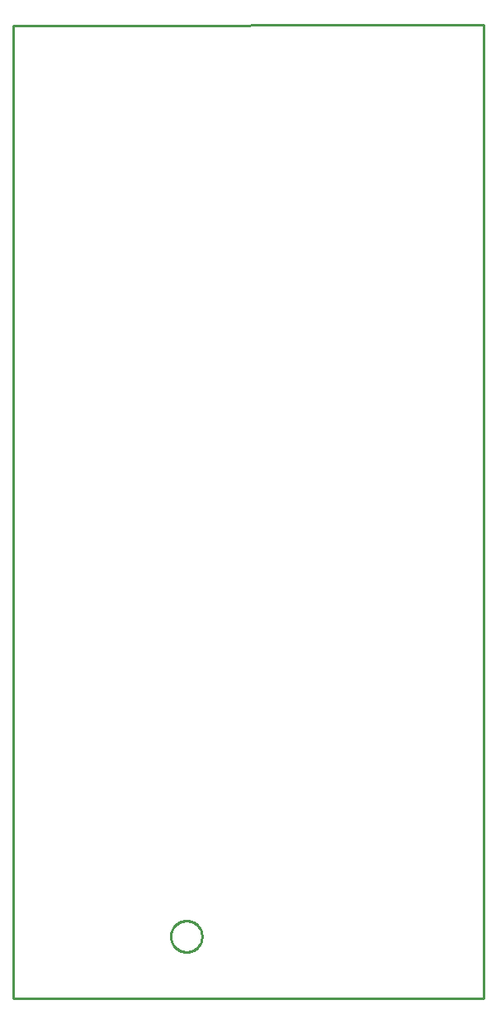
<source format=gko>
G04 EAGLE Gerber RS-274X export*
G75*
%MOMM*%
%FSLAX34Y34*%
%LPD*%
%INBoard Outline*%
%IPPOS*%
%AMOC8*
5,1,8,0,0,1.08239X$1,22.5*%
G01*
%ADD10C,0.000000*%
%ADD11C,0.254000*%


D10*
X0Y0D02*
X482600Y0D01*
X482600Y996950D01*
X0Y996850D01*
X0Y0D01*
X161800Y63500D02*
X161805Y63893D01*
X161819Y64285D01*
X161843Y64677D01*
X161877Y65068D01*
X161920Y65459D01*
X161973Y65848D01*
X162036Y66235D01*
X162107Y66621D01*
X162189Y67006D01*
X162279Y67388D01*
X162380Y67767D01*
X162489Y68145D01*
X162608Y68519D01*
X162735Y68890D01*
X162872Y69258D01*
X163018Y69623D01*
X163173Y69984D01*
X163336Y70341D01*
X163508Y70694D01*
X163689Y71042D01*
X163879Y71386D01*
X164076Y71726D01*
X164282Y72060D01*
X164496Y72389D01*
X164719Y72713D01*
X164949Y73031D01*
X165186Y73344D01*
X165432Y73650D01*
X165685Y73951D01*
X165945Y74245D01*
X166212Y74533D01*
X166486Y74814D01*
X166767Y75088D01*
X167055Y75355D01*
X167349Y75615D01*
X167650Y75868D01*
X167956Y76114D01*
X168269Y76351D01*
X168587Y76581D01*
X168911Y76804D01*
X169240Y77018D01*
X169574Y77224D01*
X169914Y77421D01*
X170258Y77611D01*
X170606Y77792D01*
X170959Y77964D01*
X171316Y78127D01*
X171677Y78282D01*
X172042Y78428D01*
X172410Y78565D01*
X172781Y78692D01*
X173155Y78811D01*
X173533Y78920D01*
X173912Y79021D01*
X174294Y79111D01*
X174679Y79193D01*
X175065Y79264D01*
X175452Y79327D01*
X175841Y79380D01*
X176232Y79423D01*
X176623Y79457D01*
X177015Y79481D01*
X177407Y79495D01*
X177800Y79500D01*
X178193Y79495D01*
X178585Y79481D01*
X178977Y79457D01*
X179368Y79423D01*
X179759Y79380D01*
X180148Y79327D01*
X180535Y79264D01*
X180921Y79193D01*
X181306Y79111D01*
X181688Y79021D01*
X182067Y78920D01*
X182445Y78811D01*
X182819Y78692D01*
X183190Y78565D01*
X183558Y78428D01*
X183923Y78282D01*
X184284Y78127D01*
X184641Y77964D01*
X184994Y77792D01*
X185342Y77611D01*
X185686Y77421D01*
X186026Y77224D01*
X186360Y77018D01*
X186689Y76804D01*
X187013Y76581D01*
X187331Y76351D01*
X187644Y76114D01*
X187950Y75868D01*
X188251Y75615D01*
X188545Y75355D01*
X188833Y75088D01*
X189114Y74814D01*
X189388Y74533D01*
X189655Y74245D01*
X189915Y73951D01*
X190168Y73650D01*
X190414Y73344D01*
X190651Y73031D01*
X190881Y72713D01*
X191104Y72389D01*
X191318Y72060D01*
X191524Y71726D01*
X191721Y71386D01*
X191911Y71042D01*
X192092Y70694D01*
X192264Y70341D01*
X192427Y69984D01*
X192582Y69623D01*
X192728Y69258D01*
X192865Y68890D01*
X192992Y68519D01*
X193111Y68145D01*
X193220Y67767D01*
X193321Y67388D01*
X193411Y67006D01*
X193493Y66621D01*
X193564Y66235D01*
X193627Y65848D01*
X193680Y65459D01*
X193723Y65068D01*
X193757Y64677D01*
X193781Y64285D01*
X193795Y63893D01*
X193800Y63500D01*
X193795Y63107D01*
X193781Y62715D01*
X193757Y62323D01*
X193723Y61932D01*
X193680Y61541D01*
X193627Y61152D01*
X193564Y60765D01*
X193493Y60379D01*
X193411Y59994D01*
X193321Y59612D01*
X193220Y59233D01*
X193111Y58855D01*
X192992Y58481D01*
X192865Y58110D01*
X192728Y57742D01*
X192582Y57377D01*
X192427Y57016D01*
X192264Y56659D01*
X192092Y56306D01*
X191911Y55958D01*
X191721Y55614D01*
X191524Y55274D01*
X191318Y54940D01*
X191104Y54611D01*
X190881Y54287D01*
X190651Y53969D01*
X190414Y53656D01*
X190168Y53350D01*
X189915Y53049D01*
X189655Y52755D01*
X189388Y52467D01*
X189114Y52186D01*
X188833Y51912D01*
X188545Y51645D01*
X188251Y51385D01*
X187950Y51132D01*
X187644Y50886D01*
X187331Y50649D01*
X187013Y50419D01*
X186689Y50196D01*
X186360Y49982D01*
X186026Y49776D01*
X185686Y49579D01*
X185342Y49389D01*
X184994Y49208D01*
X184641Y49036D01*
X184284Y48873D01*
X183923Y48718D01*
X183558Y48572D01*
X183190Y48435D01*
X182819Y48308D01*
X182445Y48189D01*
X182067Y48080D01*
X181688Y47979D01*
X181306Y47889D01*
X180921Y47807D01*
X180535Y47736D01*
X180148Y47673D01*
X179759Y47620D01*
X179368Y47577D01*
X178977Y47543D01*
X178585Y47519D01*
X178193Y47505D01*
X177800Y47500D01*
X177407Y47505D01*
X177015Y47519D01*
X176623Y47543D01*
X176232Y47577D01*
X175841Y47620D01*
X175452Y47673D01*
X175065Y47736D01*
X174679Y47807D01*
X174294Y47889D01*
X173912Y47979D01*
X173533Y48080D01*
X173155Y48189D01*
X172781Y48308D01*
X172410Y48435D01*
X172042Y48572D01*
X171677Y48718D01*
X171316Y48873D01*
X170959Y49036D01*
X170606Y49208D01*
X170258Y49389D01*
X169914Y49579D01*
X169574Y49776D01*
X169240Y49982D01*
X168911Y50196D01*
X168587Y50419D01*
X168269Y50649D01*
X167956Y50886D01*
X167650Y51132D01*
X167349Y51385D01*
X167055Y51645D01*
X166767Y51912D01*
X166486Y52186D01*
X166212Y52467D01*
X165945Y52755D01*
X165685Y53049D01*
X165432Y53350D01*
X165186Y53656D01*
X164949Y53969D01*
X164719Y54287D01*
X164496Y54611D01*
X164282Y54940D01*
X164076Y55274D01*
X163879Y55614D01*
X163689Y55958D01*
X163508Y56306D01*
X163336Y56659D01*
X163173Y57016D01*
X163018Y57377D01*
X162872Y57742D01*
X162735Y58110D01*
X162608Y58481D01*
X162489Y58855D01*
X162380Y59233D01*
X162279Y59612D01*
X162189Y59994D01*
X162107Y60379D01*
X162036Y60765D01*
X161973Y61152D01*
X161920Y61541D01*
X161877Y61932D01*
X161843Y62323D01*
X161819Y62715D01*
X161805Y63107D01*
X161800Y63500D01*
D11*
X0Y0D02*
X482600Y0D01*
X482600Y996950D01*
X0Y996850D01*
X0Y0D01*
X193800Y62976D02*
X193732Y61931D01*
X193595Y60892D01*
X193390Y59865D01*
X193119Y58853D01*
X192783Y57861D01*
X192382Y56893D01*
X191918Y55954D01*
X191395Y55046D01*
X190813Y54175D01*
X190175Y53344D01*
X189484Y52557D01*
X188743Y51816D01*
X187956Y51125D01*
X187125Y50488D01*
X186254Y49906D01*
X185346Y49382D01*
X184407Y48918D01*
X183439Y48517D01*
X182447Y48181D01*
X181435Y47910D01*
X180408Y47705D01*
X179369Y47569D01*
X178324Y47500D01*
X177276Y47500D01*
X176231Y47569D01*
X175192Y47705D01*
X174165Y47910D01*
X173153Y48181D01*
X172161Y48517D01*
X171193Y48918D01*
X170254Y49382D01*
X169346Y49906D01*
X168475Y50488D01*
X167644Y51125D01*
X166857Y51816D01*
X166116Y52557D01*
X165425Y53344D01*
X164788Y54175D01*
X164206Y55046D01*
X163682Y55954D01*
X163218Y56893D01*
X162817Y57861D01*
X162481Y58853D01*
X162210Y59865D01*
X162005Y60892D01*
X161869Y61931D01*
X161800Y62976D01*
X161800Y64024D01*
X161869Y65069D01*
X162005Y66108D01*
X162210Y67135D01*
X162481Y68147D01*
X162817Y69139D01*
X163218Y70107D01*
X163682Y71046D01*
X164206Y71954D01*
X164788Y72825D01*
X165425Y73656D01*
X166116Y74443D01*
X166857Y75184D01*
X167644Y75875D01*
X168475Y76513D01*
X169346Y77095D01*
X170254Y77618D01*
X171193Y78082D01*
X172161Y78483D01*
X173153Y78819D01*
X174165Y79090D01*
X175192Y79295D01*
X176231Y79432D01*
X177276Y79500D01*
X178324Y79500D01*
X179369Y79432D01*
X180408Y79295D01*
X181435Y79090D01*
X182447Y78819D01*
X183439Y78483D01*
X184407Y78082D01*
X185346Y77618D01*
X186254Y77095D01*
X187125Y76513D01*
X187956Y75875D01*
X188743Y75184D01*
X189484Y74443D01*
X190175Y73656D01*
X190813Y72825D01*
X191395Y71954D01*
X191918Y71046D01*
X192382Y70107D01*
X192783Y69139D01*
X193119Y68147D01*
X193390Y67135D01*
X193595Y66108D01*
X193732Y65069D01*
X193800Y64024D01*
X193800Y62976D01*
M02*

</source>
